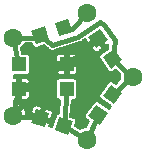
<source format=gtl>
G04 #@! TF.FileFunction,Copper,L1,Top,Signal*
%FSLAX46Y46*%
G04 Gerber Fmt 4.6, Leading zero omitted, Abs format (unit mm)*
G04 Created by KiCad (PCBNEW 4.0.5+dfsg1-4) date Tue Feb 14 02:46:29 2017*
%MOMM*%
%LPD*%
G01*
G04 APERTURE LIST*
%ADD10C,0.100000*%
%ADD11C,1.600000*%
%ADD12R,1.198880X1.198880*%
%ADD13C,0.400000*%
%ADD14C,0.250000*%
%ADD15C,0.200000*%
G04 APERTURE END LIST*
D10*
D11*
X11170000Y-6400000D03*
X7270000Y-1030000D03*
X970000Y-9700000D03*
X970000Y-3080000D03*
X7270000Y-11750000D03*
D10*
G36*
X6033015Y-10159301D02*
X5662541Y-11299503D01*
X4522339Y-10929029D01*
X4892813Y-9788827D01*
X6033015Y-10159301D01*
X6033015Y-10159301D01*
G37*
G36*
X4037661Y-9510971D02*
X3667187Y-10651173D01*
X2526985Y-10280699D01*
X2897459Y-9140497D01*
X4037661Y-9510971D01*
X4037661Y-9510971D01*
G37*
G36*
X7336103Y-3038710D02*
X8306017Y-2334026D01*
X9010701Y-3303940D01*
X8040787Y-4008624D01*
X7336103Y-3038710D01*
X7336103Y-3038710D01*
G37*
G36*
X8569299Y-4736060D02*
X9539213Y-4031376D01*
X10243897Y-5001290D01*
X9273983Y-5705974D01*
X8569299Y-4736060D01*
X8569299Y-4736060D01*
G37*
G36*
X5672541Y-1480497D02*
X6043015Y-2620699D01*
X4902813Y-2991173D01*
X4532339Y-1850971D01*
X5672541Y-1480497D01*
X5672541Y-1480497D01*
G37*
G36*
X3677187Y-2128827D02*
X4047661Y-3269029D01*
X2907459Y-3639503D01*
X2536985Y-2499301D01*
X3677187Y-2128827D01*
X3677187Y-2128827D01*
G37*
D12*
X5530000Y-5340980D03*
X5530000Y-7439020D03*
X1500000Y-5340980D03*
X1500000Y-7439020D03*
D10*
G36*
X9273983Y-7074026D02*
X10243897Y-7778710D01*
X9539213Y-8748624D01*
X8569299Y-8043940D01*
X9273983Y-7074026D01*
X9273983Y-7074026D01*
G37*
G36*
X8040787Y-8771376D02*
X9010701Y-9476060D01*
X8306017Y-10445974D01*
X7336103Y-9741290D01*
X8040787Y-8771376D01*
X8040787Y-8771376D01*
G37*
D13*
X9406598Y-4868675D02*
X9600000Y-3300000D01*
X4300000Y-3700000D02*
X3292323Y-2884165D01*
X6500000Y-3000000D02*
X4300000Y-3700000D01*
X8300000Y-1800000D02*
X6500000Y-3000000D01*
X8700000Y-2000000D02*
X8300000Y-1800000D01*
X9600000Y-3300000D02*
X8700000Y-2000000D01*
D14*
X3577373Y-2791546D02*
X3577373Y-2877373D01*
X9406598Y-4868675D02*
X9429975Y-4868675D01*
X11170000Y-6400000D02*
X11004231Y-6400000D01*
D13*
X11004231Y-6400000D02*
X9406598Y-4868675D01*
D14*
X11170000Y-6400000D02*
X10984231Y-6400000D01*
D13*
X10984231Y-6400000D02*
X9230427Y-8153804D01*
X970000Y-3080000D02*
X3288919Y-3080000D01*
D14*
X3288919Y-3080000D02*
X3577373Y-2791546D01*
D13*
X1500000Y-5640700D02*
X970000Y-3080000D01*
D14*
X970000Y-3080000D02*
X970000Y-3080000D01*
X5299300Y-7139300D02*
X5530000Y-7139300D01*
D13*
X5530000Y-7139300D02*
X5277677Y-10544165D01*
D14*
X5277677Y-10544165D02*
X4992627Y-10451546D01*
X5002627Y-2328454D02*
X5971546Y-2328454D01*
D13*
X5971546Y-2328454D02*
X7270000Y-1030000D01*
X7270000Y-11750000D02*
X8173402Y-9608675D01*
D14*
X8173402Y-9608675D02*
X8349573Y-9366196D01*
X4992627Y-10451546D02*
X5300000Y-10550000D01*
D13*
X5300000Y-10550000D02*
X7270000Y-11750000D01*
D14*
X5530000Y-5640700D02*
X5530000Y-5340980D01*
X1500000Y-7439020D02*
X1500000Y-7139300D01*
D13*
X5530000Y-5340980D02*
X1500000Y-7439020D01*
D14*
X5530000Y-5640700D02*
X5530000Y-5340980D01*
D13*
X5530000Y-5340980D02*
X8173402Y-3171325D01*
X1500000Y-7139300D02*
X970000Y-9700000D01*
D14*
X970000Y-9700000D02*
X970000Y-9700000D01*
D13*
X970000Y-9700000D02*
X3282323Y-9895835D01*
D14*
X3282323Y-9895835D02*
X3567373Y-9988454D01*
D15*
G36*
X8207472Y-2956217D02*
X8223652Y-2944461D01*
X8404690Y-3193640D01*
X8388510Y-3205395D01*
X8782584Y-3747792D01*
X8887344Y-3764384D01*
X9053877Y-3643391D01*
X9004785Y-4041576D01*
X8389509Y-4488600D01*
X8311864Y-4570870D01*
X8267878Y-4684041D01*
X8271387Y-4805409D01*
X8321839Y-4915850D01*
X9026523Y-5885764D01*
X9108793Y-5963409D01*
X9221964Y-6007395D01*
X9343332Y-6003886D01*
X9453773Y-5953434D01*
X9659675Y-5803837D01*
X10070177Y-6197301D01*
X10069819Y-6607305D01*
X9683588Y-6993536D01*
X9453773Y-6826566D01*
X9351536Y-6778144D01*
X9230311Y-6771283D01*
X9115968Y-6812125D01*
X9026523Y-6894236D01*
X8321839Y-7864150D01*
X8273417Y-7966387D01*
X8266556Y-8087612D01*
X8307398Y-8201955D01*
X8389509Y-8291400D01*
X9255977Y-8920926D01*
X9087704Y-9153921D01*
X8220577Y-8523916D01*
X8118340Y-8475494D01*
X7997115Y-8468633D01*
X7882772Y-8509475D01*
X7793327Y-8591586D01*
X7088643Y-9561500D01*
X7040221Y-9663737D01*
X7033360Y-9784962D01*
X7074202Y-9899305D01*
X7156313Y-9988750D01*
X7396694Y-10163397D01*
X7191430Y-10649932D01*
X7052156Y-10649810D01*
X6678466Y-10804216D01*
X6233212Y-10532995D01*
X6323921Y-10253822D01*
X6338381Y-10141626D01*
X6307446Y-10024214D01*
X6233268Y-9928088D01*
X6127536Y-9868395D01*
X5836144Y-9773716D01*
X5942070Y-8344337D01*
X6129440Y-8344337D01*
X6240613Y-8323418D01*
X6342719Y-8257715D01*
X6411218Y-8157463D01*
X6435317Y-8038460D01*
X6435317Y-6839580D01*
X6414398Y-6728407D01*
X6348695Y-6626301D01*
X6248443Y-6557802D01*
X6129440Y-6533703D01*
X4930560Y-6533703D01*
X4819387Y-6554622D01*
X4717281Y-6620325D01*
X4648782Y-6720577D01*
X4624683Y-6839580D01*
X4624683Y-8038460D01*
X4645602Y-8149633D01*
X4711305Y-8251739D01*
X4811557Y-8320238D01*
X4930560Y-8344337D01*
X4939327Y-8344337D01*
X4854508Y-9488896D01*
X4757726Y-9514396D01*
X4661600Y-9588574D01*
X4601907Y-9694306D01*
X4278704Y-10689023D01*
X4001752Y-10592309D01*
X4066976Y-10391569D01*
X4018823Y-10297064D01*
X3381197Y-10089886D01*
X3375017Y-10108907D01*
X3082091Y-10013731D01*
X3088272Y-9994709D01*
X2479665Y-9796961D01*
X3476374Y-9796961D01*
X4114001Y-10004138D01*
X4208506Y-9955985D01*
X4304538Y-9660429D01*
X4341418Y-9546924D01*
X4332055Y-9427944D01*
X4277873Y-9321604D01*
X4187120Y-9244094D01*
X3778057Y-9111182D01*
X3683552Y-9159335D01*
X3476374Y-9796961D01*
X2479665Y-9796961D01*
X2450645Y-9787532D01*
X2356140Y-9835685D01*
X2303040Y-9999109D01*
X2055004Y-9912493D01*
X2086183Y-9809597D01*
X2045728Y-9400101D01*
X2497670Y-9400101D01*
X2545823Y-9494606D01*
X3183449Y-9701784D01*
X3390626Y-9064157D01*
X3342473Y-8969652D01*
X2933411Y-8836739D01*
X2814431Y-8846103D01*
X2708092Y-8900286D01*
X2630582Y-8991039D01*
X2593702Y-9104545D01*
X2497670Y-9400101D01*
X2045728Y-9400101D01*
X2043160Y-9374109D01*
X1959278Y-9171602D01*
X1810861Y-9076928D01*
X1254750Y-9633039D01*
X1099463Y-9578812D01*
X1097763Y-9354448D01*
X1593072Y-8859139D01*
X1498398Y-8710722D01*
X1091954Y-8587561D01*
X1090066Y-8338460D01*
X1271000Y-8338460D01*
X1346000Y-8263460D01*
X1346000Y-7593020D01*
X1654000Y-7593020D01*
X1654000Y-8263460D01*
X1729000Y-8338460D01*
X2159113Y-8338460D01*
X2269376Y-8292788D01*
X2353768Y-8208397D01*
X2399440Y-8098134D01*
X2399440Y-7668020D01*
X2324440Y-7593020D01*
X1654000Y-7593020D01*
X1346000Y-7593020D01*
X1326000Y-7593020D01*
X1326000Y-7285020D01*
X1346000Y-7285020D01*
X1346000Y-6614580D01*
X1654000Y-6614580D01*
X1654000Y-7285020D01*
X2324440Y-7285020D01*
X2399440Y-7210020D01*
X2399440Y-6779906D01*
X2353768Y-6669643D01*
X2269376Y-6585252D01*
X2159113Y-6539580D01*
X1729000Y-6539580D01*
X1654000Y-6614580D01*
X1346000Y-6614580D01*
X1271000Y-6539580D01*
X1076439Y-6539580D01*
X1074217Y-6246297D01*
X2099440Y-6246297D01*
X2210613Y-6225378D01*
X2312719Y-6159675D01*
X2381218Y-6059423D01*
X2405317Y-5940420D01*
X2405317Y-5569980D01*
X4630560Y-5569980D01*
X4630560Y-6000094D01*
X4676232Y-6110357D01*
X4760624Y-6194748D01*
X4870887Y-6240420D01*
X5301000Y-6240420D01*
X5376000Y-6165420D01*
X5376000Y-5494980D01*
X5684000Y-5494980D01*
X5684000Y-6165420D01*
X5759000Y-6240420D01*
X6189113Y-6240420D01*
X6299376Y-6194748D01*
X6383768Y-6110357D01*
X6429440Y-6000094D01*
X6429440Y-5569980D01*
X6354440Y-5494980D01*
X5684000Y-5494980D01*
X5376000Y-5494980D01*
X4705560Y-5494980D01*
X4630560Y-5569980D01*
X2405317Y-5569980D01*
X2405317Y-4741540D01*
X2394089Y-4681866D01*
X4630560Y-4681866D01*
X4630560Y-5111980D01*
X4705560Y-5186980D01*
X5376000Y-5186980D01*
X5376000Y-4516540D01*
X5684000Y-4516540D01*
X5684000Y-5186980D01*
X6354440Y-5186980D01*
X6429440Y-5111980D01*
X6429440Y-4681866D01*
X6383768Y-4571603D01*
X6299376Y-4487212D01*
X6189113Y-4441540D01*
X5759000Y-4441540D01*
X5684000Y-4516540D01*
X5376000Y-4516540D01*
X5301000Y-4441540D01*
X4870887Y-4441540D01*
X4760624Y-4487212D01*
X4676232Y-4571603D01*
X4630560Y-4681866D01*
X2394089Y-4681866D01*
X2384398Y-4630367D01*
X2318695Y-4528261D01*
X2218443Y-4459762D01*
X2099440Y-4435663D01*
X1761186Y-4435663D01*
X1659777Y-3945705D01*
X1901991Y-3703913D01*
X1953444Y-3580000D01*
X2566508Y-3580000D01*
X2616553Y-3734024D01*
X2670802Y-3833292D01*
X2764842Y-3910097D01*
X2881354Y-3944264D01*
X3001980Y-3930409D01*
X3564309Y-3747697D01*
X3985379Y-4088604D01*
X4030472Y-4112323D01*
X4070289Y-4144108D01*
X4115959Y-4157290D01*
X4158040Y-4179425D01*
X4208779Y-4184082D01*
X4257727Y-4198210D01*
X4304974Y-4192910D01*
X4352314Y-4197255D01*
X4400967Y-4182143D01*
X4451602Y-4176463D01*
X5366789Y-3885267D01*
X7580343Y-3885267D01*
X7833157Y-4233237D01*
X7934918Y-4295596D01*
X8052796Y-4314266D01*
X8168846Y-4286404D01*
X8265400Y-4216254D01*
X8516815Y-4033590D01*
X8533407Y-3928830D01*
X8139332Y-3386433D01*
X7596935Y-3780507D01*
X7580343Y-3885267D01*
X5366789Y-3885267D01*
X6651602Y-3476463D01*
X6712771Y-3442696D01*
X6777350Y-3416025D01*
X7088641Y-3208498D01*
X7311137Y-3514738D01*
X7415897Y-3531330D01*
X7958294Y-3137255D01*
X7946538Y-3121075D01*
X8195717Y-2940037D01*
X8207472Y-2956217D01*
X8207472Y-2956217D01*
G37*
X8207472Y-2956217D02*
X8223652Y-2944461D01*
X8404690Y-3193640D01*
X8388510Y-3205395D01*
X8782584Y-3747792D01*
X8887344Y-3764384D01*
X9053877Y-3643391D01*
X9004785Y-4041576D01*
X8389509Y-4488600D01*
X8311864Y-4570870D01*
X8267878Y-4684041D01*
X8271387Y-4805409D01*
X8321839Y-4915850D01*
X9026523Y-5885764D01*
X9108793Y-5963409D01*
X9221964Y-6007395D01*
X9343332Y-6003886D01*
X9453773Y-5953434D01*
X9659675Y-5803837D01*
X10070177Y-6197301D01*
X10069819Y-6607305D01*
X9683588Y-6993536D01*
X9453773Y-6826566D01*
X9351536Y-6778144D01*
X9230311Y-6771283D01*
X9115968Y-6812125D01*
X9026523Y-6894236D01*
X8321839Y-7864150D01*
X8273417Y-7966387D01*
X8266556Y-8087612D01*
X8307398Y-8201955D01*
X8389509Y-8291400D01*
X9255977Y-8920926D01*
X9087704Y-9153921D01*
X8220577Y-8523916D01*
X8118340Y-8475494D01*
X7997115Y-8468633D01*
X7882772Y-8509475D01*
X7793327Y-8591586D01*
X7088643Y-9561500D01*
X7040221Y-9663737D01*
X7033360Y-9784962D01*
X7074202Y-9899305D01*
X7156313Y-9988750D01*
X7396694Y-10163397D01*
X7191430Y-10649932D01*
X7052156Y-10649810D01*
X6678466Y-10804216D01*
X6233212Y-10532995D01*
X6323921Y-10253822D01*
X6338381Y-10141626D01*
X6307446Y-10024214D01*
X6233268Y-9928088D01*
X6127536Y-9868395D01*
X5836144Y-9773716D01*
X5942070Y-8344337D01*
X6129440Y-8344337D01*
X6240613Y-8323418D01*
X6342719Y-8257715D01*
X6411218Y-8157463D01*
X6435317Y-8038460D01*
X6435317Y-6839580D01*
X6414398Y-6728407D01*
X6348695Y-6626301D01*
X6248443Y-6557802D01*
X6129440Y-6533703D01*
X4930560Y-6533703D01*
X4819387Y-6554622D01*
X4717281Y-6620325D01*
X4648782Y-6720577D01*
X4624683Y-6839580D01*
X4624683Y-8038460D01*
X4645602Y-8149633D01*
X4711305Y-8251739D01*
X4811557Y-8320238D01*
X4930560Y-8344337D01*
X4939327Y-8344337D01*
X4854508Y-9488896D01*
X4757726Y-9514396D01*
X4661600Y-9588574D01*
X4601907Y-9694306D01*
X4278704Y-10689023D01*
X4001752Y-10592309D01*
X4066976Y-10391569D01*
X4018823Y-10297064D01*
X3381197Y-10089886D01*
X3375017Y-10108907D01*
X3082091Y-10013731D01*
X3088272Y-9994709D01*
X2479665Y-9796961D01*
X3476374Y-9796961D01*
X4114001Y-10004138D01*
X4208506Y-9955985D01*
X4304538Y-9660429D01*
X4341418Y-9546924D01*
X4332055Y-9427944D01*
X4277873Y-9321604D01*
X4187120Y-9244094D01*
X3778057Y-9111182D01*
X3683552Y-9159335D01*
X3476374Y-9796961D01*
X2479665Y-9796961D01*
X2450645Y-9787532D01*
X2356140Y-9835685D01*
X2303040Y-9999109D01*
X2055004Y-9912493D01*
X2086183Y-9809597D01*
X2045728Y-9400101D01*
X2497670Y-9400101D01*
X2545823Y-9494606D01*
X3183449Y-9701784D01*
X3390626Y-9064157D01*
X3342473Y-8969652D01*
X2933411Y-8836739D01*
X2814431Y-8846103D01*
X2708092Y-8900286D01*
X2630582Y-8991039D01*
X2593702Y-9104545D01*
X2497670Y-9400101D01*
X2045728Y-9400101D01*
X2043160Y-9374109D01*
X1959278Y-9171602D01*
X1810861Y-9076928D01*
X1254750Y-9633039D01*
X1099463Y-9578812D01*
X1097763Y-9354448D01*
X1593072Y-8859139D01*
X1498398Y-8710722D01*
X1091954Y-8587561D01*
X1090066Y-8338460D01*
X1271000Y-8338460D01*
X1346000Y-8263460D01*
X1346000Y-7593020D01*
X1654000Y-7593020D01*
X1654000Y-8263460D01*
X1729000Y-8338460D01*
X2159113Y-8338460D01*
X2269376Y-8292788D01*
X2353768Y-8208397D01*
X2399440Y-8098134D01*
X2399440Y-7668020D01*
X2324440Y-7593020D01*
X1654000Y-7593020D01*
X1346000Y-7593020D01*
X1326000Y-7593020D01*
X1326000Y-7285020D01*
X1346000Y-7285020D01*
X1346000Y-6614580D01*
X1654000Y-6614580D01*
X1654000Y-7285020D01*
X2324440Y-7285020D01*
X2399440Y-7210020D01*
X2399440Y-6779906D01*
X2353768Y-6669643D01*
X2269376Y-6585252D01*
X2159113Y-6539580D01*
X1729000Y-6539580D01*
X1654000Y-6614580D01*
X1346000Y-6614580D01*
X1271000Y-6539580D01*
X1076439Y-6539580D01*
X1074217Y-6246297D01*
X2099440Y-6246297D01*
X2210613Y-6225378D01*
X2312719Y-6159675D01*
X2381218Y-6059423D01*
X2405317Y-5940420D01*
X2405317Y-5569980D01*
X4630560Y-5569980D01*
X4630560Y-6000094D01*
X4676232Y-6110357D01*
X4760624Y-6194748D01*
X4870887Y-6240420D01*
X5301000Y-6240420D01*
X5376000Y-6165420D01*
X5376000Y-5494980D01*
X5684000Y-5494980D01*
X5684000Y-6165420D01*
X5759000Y-6240420D01*
X6189113Y-6240420D01*
X6299376Y-6194748D01*
X6383768Y-6110357D01*
X6429440Y-6000094D01*
X6429440Y-5569980D01*
X6354440Y-5494980D01*
X5684000Y-5494980D01*
X5376000Y-5494980D01*
X4705560Y-5494980D01*
X4630560Y-5569980D01*
X2405317Y-5569980D01*
X2405317Y-4741540D01*
X2394089Y-4681866D01*
X4630560Y-4681866D01*
X4630560Y-5111980D01*
X4705560Y-5186980D01*
X5376000Y-5186980D01*
X5376000Y-4516540D01*
X5684000Y-4516540D01*
X5684000Y-5186980D01*
X6354440Y-5186980D01*
X6429440Y-5111980D01*
X6429440Y-4681866D01*
X6383768Y-4571603D01*
X6299376Y-4487212D01*
X6189113Y-4441540D01*
X5759000Y-4441540D01*
X5684000Y-4516540D01*
X5376000Y-4516540D01*
X5301000Y-4441540D01*
X4870887Y-4441540D01*
X4760624Y-4487212D01*
X4676232Y-4571603D01*
X4630560Y-4681866D01*
X2394089Y-4681866D01*
X2384398Y-4630367D01*
X2318695Y-4528261D01*
X2218443Y-4459762D01*
X2099440Y-4435663D01*
X1761186Y-4435663D01*
X1659777Y-3945705D01*
X1901991Y-3703913D01*
X1953444Y-3580000D01*
X2566508Y-3580000D01*
X2616553Y-3734024D01*
X2670802Y-3833292D01*
X2764842Y-3910097D01*
X2881354Y-3944264D01*
X3001980Y-3930409D01*
X3564309Y-3747697D01*
X3985379Y-4088604D01*
X4030472Y-4112323D01*
X4070289Y-4144108D01*
X4115959Y-4157290D01*
X4158040Y-4179425D01*
X4208779Y-4184082D01*
X4257727Y-4198210D01*
X4304974Y-4192910D01*
X4352314Y-4197255D01*
X4400967Y-4182143D01*
X4451602Y-4176463D01*
X5366789Y-3885267D01*
X7580343Y-3885267D01*
X7833157Y-4233237D01*
X7934918Y-4295596D01*
X8052796Y-4314266D01*
X8168846Y-4286404D01*
X8265400Y-4216254D01*
X8516815Y-4033590D01*
X8533407Y-3928830D01*
X8139332Y-3386433D01*
X7596935Y-3780507D01*
X7580343Y-3885267D01*
X5366789Y-3885267D01*
X6651602Y-3476463D01*
X6712771Y-3442696D01*
X6777350Y-3416025D01*
X7088641Y-3208498D01*
X7311137Y-3514738D01*
X7415897Y-3531330D01*
X7958294Y-3137255D01*
X7946538Y-3121075D01*
X8195717Y-2940037D01*
X8207472Y-2956217D01*
M02*

</source>
